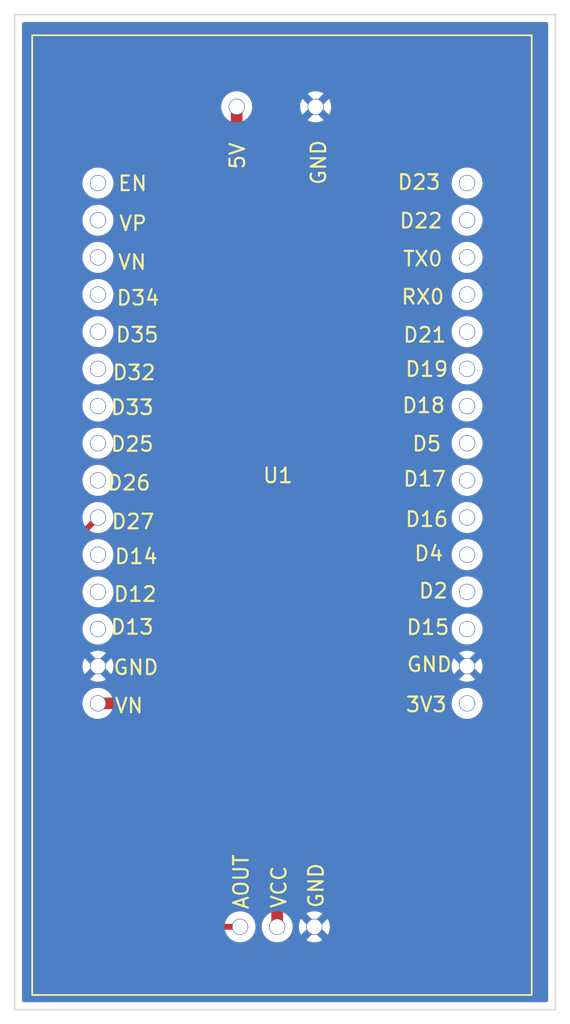
<source format=kicad_pcb>
(kicad_pcb (version 20211014) (generator pcbnew)
  (layers (0 "F.Cu" signal "Front") (1 "In1.Cu" signal) (2 "In2.Cu" signal) (31 "B.Cu" signal "Back") (34 "B.Paste" user) (35 "F.Paste" user) (36 "B.SilkS" user "B.Silkscreen") (37 "F.SilkS" user "F.Silkscreen") (38 "B.Mask" user) (39 "F.Mask" user) (44 "Edge.Cuts" user))
  (net 0 "")
  (net 1 "+5V")
  (net 2 "GND")
  (net 9 "unconnected-(U1-Pad10)")
  (footprint "soil moisture:Soil" (layer "F.Cu") (at 131 80)
    (fp_text reference "U1" (at 0 -0.5 unlocked) (layer "F.SilkS"))
    (fp_text value "Soil_moisture")
    (fp_text user "D5" (at 10.19 -2.67 unlocked) (layer "F.SilkS"))
    (fp_text user "RX0" (at 9.92 -12.71 unlocked) (layer "F.SilkS"))
    (fp_text user "GND" (at 2.79 -21.9 90 unlocked) (layer "F.SilkS"))
    (fp_text user "D18" (at 9.98 -5.29 unlocked) (layer "F.SilkS"))
    (fp_text user "D12" (at -9.76 7.61 unlocked) (layer "F.SilkS"))
    (fp_text user "D26" (at -10.17 0 unlocked) (layer "F.SilkS"))
    (fp_text user "D21" (at 10.05 -10.11 unlocked) (layer "F.SilkS"))
    (fp_text user "D25" (at -9.96 -2.65 unlocked) (layer "F.SilkS"))
    (fp_text user "VN" (at -10.18 15.23 unlocked) (layer "F.SilkS"))
    (fp_text user "GND" (at -9.7 12.61 unlocked) (layer "F.SilkS"))
    (fp_text user "D35" (at -9.62 -10.12 unlocked) (layer "F.SilkS"))
    (fp_text user "D34" (at -9.56 -12.64 unlocked) (layer "F.SilkS"))
    (fp_text user "VCC" (at 0.08 27.62 90 unlocked) (layer "F.SilkS"))
    (fp_text user "D19" (at 10.19 -7.77 unlocked) (layer "F.SilkS"))
    (fp_text user "D27" (at -9.9 2.65 unlocked) (layer "F.SilkS"))
    (fp_text user "VP" (at -9.9 -17.73 unlocked) (layer "F.SilkS"))
    (fp_text user "TX0" (at 9.92 -15.31 unlocked) (layer "F.SilkS"))
    (fp_text user "D4" (at 10.33 4.83 unlocked) (layer "F.SilkS"))
    (fp_text user "D13" (at -9.96 9.85 unlocked) (layer "F.SilkS"))
    (fp_text user "5V" (at -2.76 -22.35 -270 unlocked) (layer "F.SilkS"))
    (fp_text user "GND" (at 2.62 27.52 90 unlocked) (layer "F.SilkS"))
    (fp_text user "D33" (at -9.96 -5.16 unlocked) (layer "F.SilkS"))
    (fp_text user "D23" (at 9.66 -20.55 unlocked) (layer "F.SilkS"))
    (fp_text user "D17" (at 10.05 -0.27 unlocked) (layer "F.SilkS"))
    (fp_text user "D15" (at 10.27 9.87 unlocked) (layer "F.SilkS"))
    (fp_text user "D14" (at -9.69 5.03 unlocked) (layer "F.SilkS"))
    (fp_text user "D32" (at -9.83 -7.54 unlocked) (layer "F.SilkS"))
    (fp_text user "EN" (at -9.93 -20.46) (layer "F.SilkS"))
    (fp_text user "D2" (at 10.64 7.38 unlocked) (layer "F.SilkS"))
    (fp_text user "AOUT" (at -2.51 27.26 90 unlocked) (layer "F.SilkS"))
    (fp_text user "3V3" (at 10.16 15.15 unlocked) (layer "F.SilkS"))
    (fp_text user "D16" (at 10.19 2.49 unlocked) (layer "F.SilkS"))
    (fp_text user "VN" (at -9.96 -15.08 unlocked) (layer "F.SilkS"))
    (fp_text user "GND" (at 10.37 12.41 unlocked) (layer "F.SilkS"))
    (fp_text user "D22" (at 9.79 -17.91 unlocked) (layer "F.SilkS"))
    (fp_rect (start -16.8 -30.59) (end 17.37 35) (layer "F.SilkS") (width 0.12) (fill none))
    (pad "1" thru_hole circle (at -2.58 30.34) (size 1.1 1.1) (drill 1.02) (layers *.Cu *.Mask) (net 9 "unconnected-(U1-Pad10)"))
    (pad "1" thru_hole circle (at -0.04 30.34) (size 1.1 1.1) (drill 1.02) (layers *.Cu *.Mask) (net 1 "+5V"))
    (pad "1" thru_hole circle (at -12.3 -20.49) (size 1.1 1.1) (drill 1.02) (layers *.Cu *.Mask))
    (pad "1" thru_hole circle (at 2.5 30.34) (size 1.1 1.1) (drill 1.02) (layers *.Cu *.Mask) (net 2 "GND"))
    (pad "1" thru_hole circle (at 2.59 -25.7) (size 1.1 1.1) (drill 1.02) (layers *.Cu *.Mask) (net 2 "GND"))
    (pad "1" thru_hole circle (at -2.81 -25.7) (size 1.1 1.1) (drill 1.02) (layers *.Cu *.Mask) (net 1 "+5V"))
    (pad "2" thru_hole circle (at -12.3 -17.95) (size 1.1 1.1) (drill 1.02) (layers *.Cu *.Mask))
    (pad "3" thru_hole circle (at -12.3 -15.41) (size 1.1 1.1) (drill 1.02) (layers *.Cu *.Mask))
    (pad "4" thru_hole circle (at -12.3 -12.87) (size 1.1 1.1) (drill 1.02) (layers *.Cu *.Mask))
    (pad "5" thru_hole circle (at -12.3 -10.33) (size 1.1 1.1) (drill 1.02) (layers *.Cu *.Mask))
    (pad "6" thru_hole circle (at -12.3 -7.79) (size 1.1 1.1) (drill 1.02) (layers *.Cu *.Mask))
    (pad "7" thru_hole circle (at -12.3 -5.25) (size 1.1 1.1) (drill 1.02) (layers *.Cu *.Mask))
    (pad "8" thru_hole circle (at -12.3 -2.71) (size 1.1 1.1) (drill 1.02) (layers *.Cu *.Mask))
    (pad "9" thru_hole circle (at -12.3 -0.17) (size 1.1 1.1) (drill 1.02) (layers *.Cu *.Mask))
    (pad "10" thru_hole circle (at -12.3 2.37) (size 1.1 1.1) (drill 1.02) (layers *.Cu *.Mask) (net 9 "unconnected-(U1-Pad10)"))
    (pad "11" thru_hole circle (at -12.3 4.91) (size 1.1 1.1) (drill 1.02) (layers *.Cu *.Mask))
    (pad "12" thru_hole circle (at -12.3 7.45) (size 1.1 1.1) (drill 1.02) (layers *.Cu *.Mask))
    (pad "13" thru_hole circle (at -12.3 9.99) (size 1.1 1.1) (drill 1.02) (layers *.Cu *.Mask))
    (pad "14" thru_hole circle (at -12.3 12.53) (size 1.1 1.1) (drill 1.02) (layers *.Cu *.Mask) (net 2 "GND"))
    (pad "15" thru_hole circle (at -12.3 15.07) (size 1.1 1.1) (drill 1.02) (layers *.Cu *.Mask) (net 1 "+5V"))
    (pad "16" thru_hole circle (at 12.95 -20.49) (size 1.1 1.1) (drill 1.02) (layers *.Cu *.Mask))
    (pad "17" thru_hole circle (at 12.95 -17.95) (size 1.1 1.1) (drill 1.02) (layers *.Cu *.Mask))
    (pad "18" thru_hole circle (at 12.95 -15.41) (size 1.1 1.1) (drill 1.02) (layers *.Cu *.Mask))
    (pad "19" thru_hole circle (at 12.95 -12.87) (size 1.1 1.1) (drill 1.02) (layers *.Cu *.Mask))
    (pad "20" thru_hole circle (at 12.95 -10.33) (size 1.1 1.1) (drill 1.02) (layers *.Cu *.Mask))
    (pad "21" thru_hole circle (at 12.95 -7.79) (size 1.1 1.1) (drill 1.02) (layers *.Cu *.Mask))
    (pad "22" thru_hole circle (at 12.95 -5.25) (size 1.1 1.1) (drill 1.02) (layers *.Cu *.Mask))
    (pad "23" thru_hole circle (at 12.95 -2.71) (size 1.1 1.1) (drill 1.02) (layers *.Cu *.Mask))
    (pad "24" thru_hole circle (at 12.95 -0.17) (size 1.1 1.1) (drill 1.02) (layers *.Cu *.Mask))
    (pad "25" thru_hole circle (at 12.95 2.37) (size 1.1 1.1) (drill 1.02) (layers *.Cu *.Mask))
    (pad "26" thru_hole circle (at 12.95 4.91) (size 1.1 1.1) (drill 1.02) (layers *.Cu *.Mask))
    (pad "27" thru_hole circle (at 12.95 7.45) (size 1.1 1.1) (drill 1.02) (layers *.Cu *.Mask))
    (pad "28" thru_hole circle (at 12.95 9.99) (size 1.1 1.1) (drill 1.02) (layers *.Cu *.Mask))
    (pad "29" thru_hole circle (at 12.95 12.53) (size 1.1 1.1) (drill 1.02) (layers *.Cu *.Mask) (net 2 "GND"))
    (pad "30" thru_hole circle (at 12.95 15.07) (size 1.1 1.1) (drill 1.02) (layers *.Cu *.Mask))
  )
  (gr_line (start 150 116) (end 150 48) (layer "Edge.Cuts") (width 0.1))
  (gr_line (start 150 48) (end 113 48) (layer "Edge.Cuts") (width 0.1))
  (gr_line (start 113 48) (end 113 116) (layer "Edge.Cuts") (width 0.1))
  (gr_line (start 113 116) (end 150 116) (layer "Edge.Cuts") (width 0.1))
  (segment (start 130.96 101.1) (end 130.96 110.34) (width 0.8) (layer "F.Cu") (net 1))
  (segment (start 128.19 54.3) (end 128.19 91.81) (width 0.8) (layer "F.Cu") (net 1))
  (segment (start 124.93 95.07) (end 118.7 95.07) (width 0.8) (layer "F.Cu") (net 1))
  (segment (start 128.19 91.81) (end 124.93 95.07) (width 0.8) (layer "F.Cu") (net 1))
  (segment (start 124.93 95.07) (end 130.96 101.1) (width 0.8) (layer "F.Cu") (net 1))
  (segment (start 125.34 110.34) (end 128.42 110.34) (width 0.4) (layer "F.Cu") (net 9))
  (segment (start 118.7 82.37) (end 116 85.07) (width 0.4) (layer "F.Cu") (net 9))
  (segment (start 116 85.07) (end 116 101) (width 0.4) (layer "F.Cu") (net 9))
  (segment (start 116 101) (end 125.34 110.34) (width 0.4) (layer "F.Cu") (net 9))
  (zone (net 2) (net_name "GND") (layers F&B.Cu) (connect_pads (clearance 0.508)) (min_thickness 0.254) (fill yes (thermal_gap 0.508) (thermal_bridge_width 0.508))
    (polygon (pts (xy 151 117) (xy 112 117) (xy 112 47) (xy 151 47)))
  )
)
</source>
